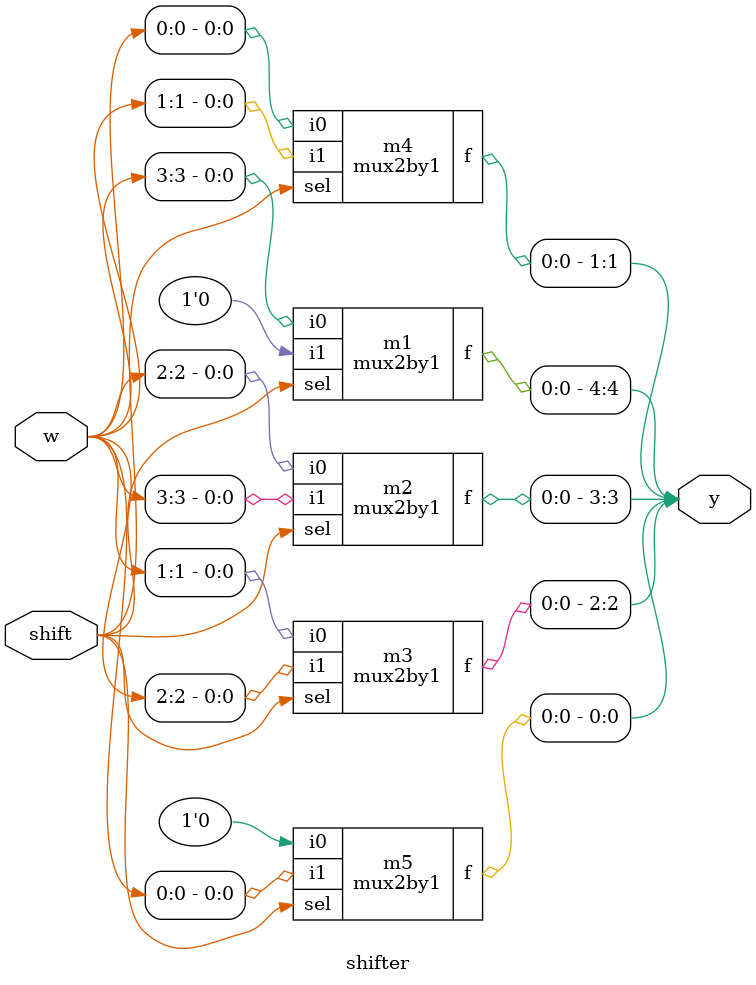
<source format=v>
module mux2by1(input sel,i0,i1,output f);
assign f=(sel==1'b0)?i0:i1;
endmodule

module shifter(input [3:0]w,input shift,output [4:0]y);
mux2by1 m1(.sel(shift),.i1(1'b0),.i0(w[3]),.f(y[4]));
mux2by1 m2(.sel(shift),.i1(w[3]),.i0(w[2]),.f(y[3]));
mux2by1 m3(.sel(shift),.i1(w[2]),.i0(w[1]),.f(y[2]));
mux2by1 m4(.sel(shift),.i1(w[1]),.i0(w[0]),.f(y[1]));
mux2by1 m5(.sel(shift),.i1(w[0]),.i0(1'b0),.f(y[0]));
endmodule

</source>
